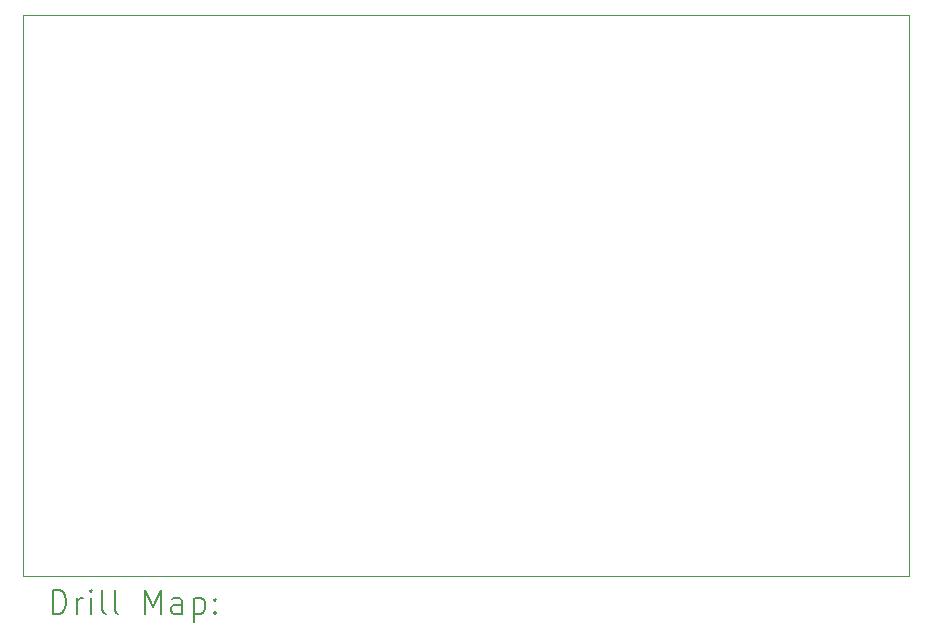
<source format=gbr>
%TF.GenerationSoftware,KiCad,Pcbnew,7.0.9*%
%TF.CreationDate,2023-11-29T12:33:46+01:00*%
%TF.ProjectId,Zabezpieczenie UPC1237,5a616265-7a70-4696-9563-7a656e696520,rev?*%
%TF.SameCoordinates,Original*%
%TF.FileFunction,Drillmap*%
%TF.FilePolarity,Positive*%
%FSLAX45Y45*%
G04 Gerber Fmt 4.5, Leading zero omitted, Abs format (unit mm)*
G04 Created by KiCad (PCBNEW 7.0.9) date 2023-11-29 12:33:46*
%MOMM*%
%LPD*%
G01*
G04 APERTURE LIST*
%ADD10C,0.100000*%
%ADD11C,0.200000*%
G04 APERTURE END LIST*
D10*
X9800000Y-9670000D02*
X17300000Y-9670000D01*
X17300000Y-14420000D01*
X9800000Y-14420000D01*
X9800000Y-9670000D01*
D11*
X10055777Y-14736484D02*
X10055777Y-14536484D01*
X10055777Y-14536484D02*
X10103396Y-14536484D01*
X10103396Y-14536484D02*
X10131967Y-14546008D01*
X10131967Y-14546008D02*
X10151015Y-14565055D01*
X10151015Y-14565055D02*
X10160539Y-14584103D01*
X10160539Y-14584103D02*
X10170063Y-14622198D01*
X10170063Y-14622198D02*
X10170063Y-14650769D01*
X10170063Y-14650769D02*
X10160539Y-14688865D01*
X10160539Y-14688865D02*
X10151015Y-14707912D01*
X10151015Y-14707912D02*
X10131967Y-14726960D01*
X10131967Y-14726960D02*
X10103396Y-14736484D01*
X10103396Y-14736484D02*
X10055777Y-14736484D01*
X10255777Y-14736484D02*
X10255777Y-14603150D01*
X10255777Y-14641246D02*
X10265301Y-14622198D01*
X10265301Y-14622198D02*
X10274824Y-14612674D01*
X10274824Y-14612674D02*
X10293872Y-14603150D01*
X10293872Y-14603150D02*
X10312920Y-14603150D01*
X10379586Y-14736484D02*
X10379586Y-14603150D01*
X10379586Y-14536484D02*
X10370063Y-14546008D01*
X10370063Y-14546008D02*
X10379586Y-14555531D01*
X10379586Y-14555531D02*
X10389110Y-14546008D01*
X10389110Y-14546008D02*
X10379586Y-14536484D01*
X10379586Y-14536484D02*
X10379586Y-14555531D01*
X10503396Y-14736484D02*
X10484348Y-14726960D01*
X10484348Y-14726960D02*
X10474824Y-14707912D01*
X10474824Y-14707912D02*
X10474824Y-14536484D01*
X10608158Y-14736484D02*
X10589110Y-14726960D01*
X10589110Y-14726960D02*
X10579586Y-14707912D01*
X10579586Y-14707912D02*
X10579586Y-14536484D01*
X10836729Y-14736484D02*
X10836729Y-14536484D01*
X10836729Y-14536484D02*
X10903396Y-14679341D01*
X10903396Y-14679341D02*
X10970063Y-14536484D01*
X10970063Y-14536484D02*
X10970063Y-14736484D01*
X11151015Y-14736484D02*
X11151015Y-14631722D01*
X11151015Y-14631722D02*
X11141491Y-14612674D01*
X11141491Y-14612674D02*
X11122444Y-14603150D01*
X11122444Y-14603150D02*
X11084348Y-14603150D01*
X11084348Y-14603150D02*
X11065301Y-14612674D01*
X11151015Y-14726960D02*
X11131967Y-14736484D01*
X11131967Y-14736484D02*
X11084348Y-14736484D01*
X11084348Y-14736484D02*
X11065301Y-14726960D01*
X11065301Y-14726960D02*
X11055777Y-14707912D01*
X11055777Y-14707912D02*
X11055777Y-14688865D01*
X11055777Y-14688865D02*
X11065301Y-14669817D01*
X11065301Y-14669817D02*
X11084348Y-14660293D01*
X11084348Y-14660293D02*
X11131967Y-14660293D01*
X11131967Y-14660293D02*
X11151015Y-14650769D01*
X11246253Y-14603150D02*
X11246253Y-14803150D01*
X11246253Y-14612674D02*
X11265301Y-14603150D01*
X11265301Y-14603150D02*
X11303396Y-14603150D01*
X11303396Y-14603150D02*
X11322443Y-14612674D01*
X11322443Y-14612674D02*
X11331967Y-14622198D01*
X11331967Y-14622198D02*
X11341491Y-14641246D01*
X11341491Y-14641246D02*
X11341491Y-14698388D01*
X11341491Y-14698388D02*
X11331967Y-14717436D01*
X11331967Y-14717436D02*
X11322443Y-14726960D01*
X11322443Y-14726960D02*
X11303396Y-14736484D01*
X11303396Y-14736484D02*
X11265301Y-14736484D01*
X11265301Y-14736484D02*
X11246253Y-14726960D01*
X11427205Y-14717436D02*
X11436729Y-14726960D01*
X11436729Y-14726960D02*
X11427205Y-14736484D01*
X11427205Y-14736484D02*
X11417682Y-14726960D01*
X11417682Y-14726960D02*
X11427205Y-14717436D01*
X11427205Y-14717436D02*
X11427205Y-14736484D01*
X11427205Y-14612674D02*
X11436729Y-14622198D01*
X11436729Y-14622198D02*
X11427205Y-14631722D01*
X11427205Y-14631722D02*
X11417682Y-14622198D01*
X11417682Y-14622198D02*
X11427205Y-14612674D01*
X11427205Y-14612674D02*
X11427205Y-14631722D01*
M02*

</source>
